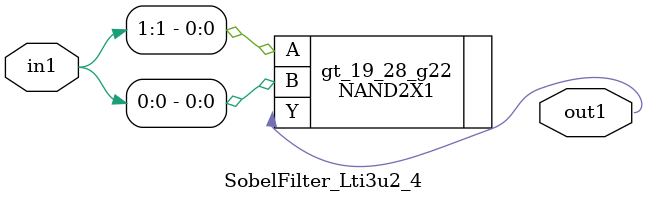
<source format=v>
`timescale 1ps / 1ps


module SobelFilter_Lti3u2_4(in1, out1);
  input [1:0] in1;
  output out1;
  wire [1:0] in1;
  wire out1;
  NAND2X1 gt_19_28_g22(.A (in1[1]), .B (in1[0]), .Y (out1));
endmodule


</source>
